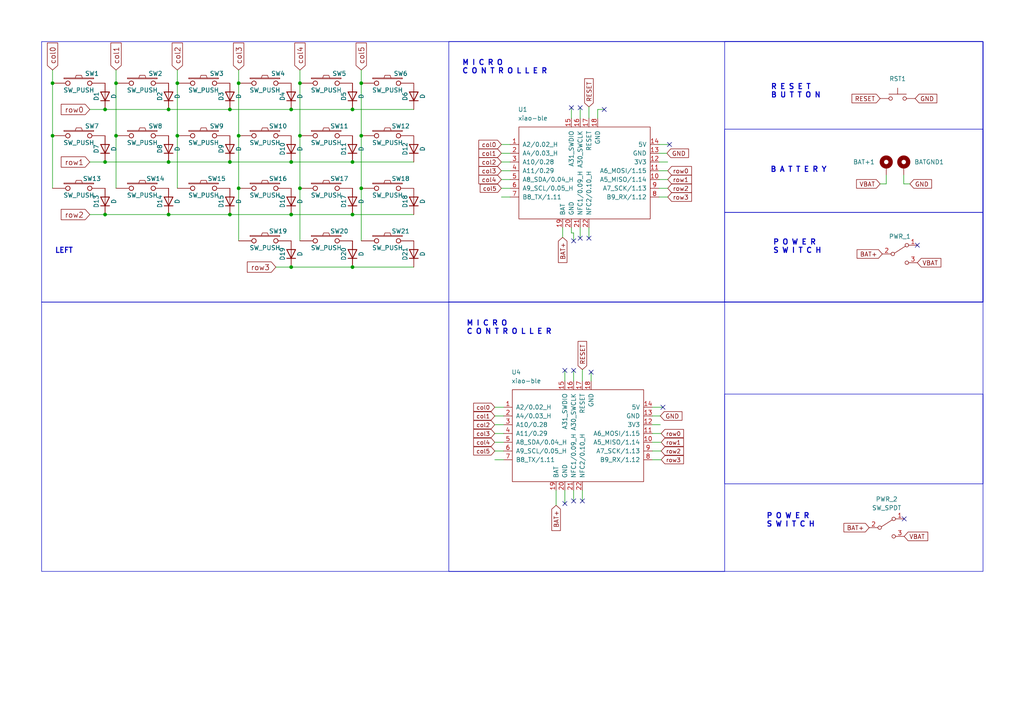
<source format=kicad_sch>
(kicad_sch (version 20230121) (generator eeschema)
  (paper "A4")
  (title_block (title "Corne X") (date "2023-10-01") (rev "0.1") (company "Ruslan Sharipov"))
  (lib_symbols
    (symbol "Device:D" (pin_numbers hide) (pin_names (offset 1.016) hide)
      (property "Reference" "D" (at 0 2.54 0))
      (property "Value" "D" (at 0 -2.54 0))
      (symbol "D_0_1"
        (polyline (pts (xy -1.27 1.27) (xy -1.27 -1.27)) (stroke (width 0.254)))
        (polyline (pts (xy 1.27 0) (xy -1.27 0)))
        (polyline (pts (xy 1.27 1.27) (xy 1.27 -1.27) (xy -1.27 0) (xy 1.27 1.27)) (stroke (width 0.254)))
      )
      (symbol "D_1_1"
        (pin passive line (at -3.81 0 0) (length 2.54) (name "K") (number "1"))
        (pin passive line (at 3.81 0 180) (length 2.54) (name "A") (number "2"))
      )
    )
    (symbol "Mechanical:MountingHole_Pad" (pin_numbers hide) (pin_names (offset 1.016) hide)
      (property "Reference" "H" (at 0 6.35 0))
      (property "Value" "MountingHole_Pad" (at 0 4.445 0))
      (symbol "MountingHole_Pad_0_1"
        (circle (center 0 1.27) (radius 1.27) (stroke (width 1.27)))
      )
      (symbol "MountingHole_Pad_1_1"
        (pin input line (at 0 -2.54 90) (length 2.54) (name "1") (number "1"))
      )
    )
    (symbol "Switch:SW_Push" (pin_numbers hide) (pin_names (offset 1.016) hide)
      (property "Reference" "SW" (at 1.27 2.54 0))
      (property "Value" "SW_Push" (at 0 -1.524 0))
      (symbol "SW_Push_0_1"
        (circle (center -2.032 0) (radius 0.508))
        (polyline (pts (xy 0 1.27) (xy 0 3.048)))
        (polyline (pts (xy 2.54 1.27) (xy -2.54 1.27)))
        (circle (center 2.032 0) (radius 0.508))
        (pin passive line (at -5.08 0 0) (length 2.54) (name "1") (number "1"))
        (pin passive line (at 5.08 0 180) (length 2.54) (name "2") (number "2"))
      )
    )
    (symbol "Switch:SW_SPDT" (pin_names (offset 0) hide)
      (property "Reference" "SW" (at 0 4.318 0))
      (property "Value" "SW_SPDT" (at 0 -5.08 0))
      (symbol "SW_SPDT_0_0"
        (circle (center -2.032 0) (radius 0.508))
        (circle (center 2.032 -2.54) (radius 0.508))
      )
      (symbol "SW_SPDT_0_1"
        (polyline (pts (xy -1.524 0.254) (xy 1.651 2.286)))
        (circle (center 2.032 2.54) (radius 0.508))
      )
      (symbol "SW_SPDT_1_1"
        (pin passive line (at 5.08 2.54 180) (length 2.54) (name "A") (number "1"))
        (pin passive line (at -5.08 0 0) (length 2.54) (name "B") (number "2"))
        (pin passive line (at 5.08 -2.54 180) (length 2.54) (name "C") (number "3"))
      )
    )
    (symbol "kbd:SW_PUSH" (pin_numbers hide) (pin_names (offset 1.016) hide)
      (property "Reference" "SW" (at 3.81 2.794 0))
      (property "Value" "SW_PUSH" (at 0 -2.032 0))
      (symbol "SW_PUSH_0_1"
        (rectangle (start -4.318 1.27) (end 4.318 1.524))
        (polyline (pts (xy -1.016 1.524) (xy -0.762 2.286) (xy 0.762 2.286) (xy 1.016 1.524)))
        (pin passive inverted (at -7.62 0 0) (length 5.08) (name "1") (number "1"))
        (pin passive inverted (at 7.62 0 180) (length 5.08) (name "2") (number "2"))
      )
    )
    (symbol "mcu:xiao-ble" (pin_names (offset 1.016))
      (property "Reference" "U" (at -17.78 16.51 0))
      (property "Value" "xiao-ble" (at -15.24 13.97 0))
      (symbol "xiao-ble_0_1"
        (rectangle (start -19.05 12.7) (end 19.05 -13.97))
      )
      (symbol "xiao-ble_1_1"
        (pin bidirectional line (at -21.59 7.62 0) (length 2.54) (name "A2/0.02_H") (number "1"))
        (pin bidirectional line (at 21.59 -2.54 180) (length 2.54) (name "A5_MISO/1.14") (number "10"))
        (pin bidirectional line (at 21.59 0 180) (length 2.54) (name "A6_MOSI/1.15") (number "11"))
        (pin power_out line (at 21.59 2.54 180) (length 2.54) (name "3V3") (number "12"))
        (pin power_out line (at 21.59 5.08 180) (length 2.54) (name "GND") (number "13"))
        (pin power_out line (at 21.59 7.62 180) (length 2.54) (name "5V") (number "14"))
        (pin input line (at -3.81 15.24 270) (length 2.54) (name "A31_SWDIO") (number "15"))
        (pin input line (at -1.27 15.24 270) (length 2.54) (name "A30_SWCLK") (number "16"))
        (pin input line (at 1.27 15.24 270) (length 2.54) (name "RESET") (number "17"))
        (pin power_out line (at 3.81 15.24 270) (length 2.54) (name "GND") (number "18"))
        (pin bidirectional line (at -6.35 -16.51 90) (length 2.54) (name "BAT") (number "19"))
        (pin bidirectional line (at -21.59 5.08 0) (length 2.54) (name "A4/0.03_H") (number "2"))
        (pin power_out line (at -3.81 -16.51 90) (length 2.54) (name "GND") (number "20"))
        (pin bidirectional line (at -1.27 -16.51 90) (length 2.54) (name "NFC1/0.09_H") (number "21"))
        (pin bidirectional line (at 1.27 -16.51 90) (length 2.54) (name "NFC2/0.10_H") (number "22"))
        (pin bidirectional line (at -21.59 2.54 0) (length 2.54) (name "A10/0.28") (number "3"))
        (pin bidirectional line (at -21.59 0 0) (length 2.54) (name "A11/0.29") (number "4"))
        (pin bidirectional line (at -21.59 -2.54 0) (length 2.54) (name "A8_SDA/0.04_H") (number "5"))
        (pin bidirectional line (at -21.59 -5.08 0) (length 2.54) (name "A9_SCL/0.05_H") (number "6"))
        (pin bidirectional line (at -21.59 -7.62 0) (length 2.54) (name "B8_TX/1.11") (number "7"))
        (pin bidirectional line (at 21.59 -7.62 180) (length 2.54) (name "B9_RX/1.12") (number "8"))
        (pin bidirectional line (at 21.59 -5.08 180) (length 2.54) (name "A7_SCK/1.13") (number "9"))
      )
    )
  )
  (junction (at 30.48 62.23))
  (junction (at 86.995 54.61))
  (junction (at 66.675 31.75))
  (junction (at 102.235 77.47))
  (junction (at 69.215 24.13))
  (junction (at 86.995 39.37))
  (junction (at 15.24 24.13))
  (junction (at 102.235 46.99))
  (junction (at 104.775 54.61))
  (junction (at 104.775 39.37))
  (junction (at 48.895 46.99))
  (junction (at 33.655 24.13))
  (junction (at 84.455 46.99))
  (junction (at 84.455 77.47))
  (junction (at 66.675 46.99))
  (junction (at 15.24 39.37))
  (junction (at 30.48 31.75))
  (junction (at 69.215 54.61))
  (junction (at 102.235 31.75))
  (junction (at 48.895 31.75))
  (junction (at 30.48 46.99))
  (junction (at 104.775 24.13))
  (junction (at 86.995 24.13))
  (junction (at 69.215 39.37))
  (junction (at 84.455 62.23))
  (junction (at 33.655 39.37))
  (junction (at 66.675 62.23))
  (junction (at 51.435 39.37))
  (junction (at 84.455 31.75))
  (junction (at 48.895 62.23))
  (junction (at 102.235 62.23))
  (junction (at 51.435 24.13))
  (no_connect (at 175.26 31.75))
  (no_connect (at 171.45 107.95))
  (no_connect (at 6.35 -20.955))
  (no_connect (at 166.37 69.85))
  (no_connect (at 170.815 69.088))
  (no_connect (at 168.275 31.242))
  (no_connect (at 163.83 107.442))
  (no_connect (at 165.735 31.242))
  (no_connect (at 168.275 69.088))
  (no_connect (at 266.065 71.12))
  (no_connect (at 166.37 145.288))
  (no_connect (at 168.91 145.288))
  (no_connect (at 194.183 41.91))
  (no_connect (at 262.255 150.495))
  (no_connect (at 192.278 118.11))
  (no_connect (at 166.37 107.442))
  (no_connect (at 163.83 146.05))
  (wire (pts (xy 84.455 31.75) (xy 102.235 31.75)))
  (wire (pts (xy 51.435 24.13) (xy 51.435 39.37)))
  (wire (pts (xy 165.735 31.242) (xy 165.735 34.29)))
  (wire (pts (xy 102.235 77.47) (xy 120.015 77.47)))
  (wire (pts (xy 168.275 31.242) (xy 168.275 34.29)))
  (wire (pts (xy 189.23 120.65) (xy 191.516 120.65)))
  (wire (pts (xy 84.455 46.99) (xy 102.235 46.99)))
  (wire (pts (xy 143.51 128.27) (xy 146.05 128.27)))
  (wire (pts (xy 84.455 62.23) (xy 102.235 62.23)))
  (wire (pts (xy 33.655 24.13) (xy 33.655 39.37)))
  (wire (pts (xy 163.83 107.442) (xy 163.83 110.49)))
  (wire (pts (xy 145.415 57.15) (xy 147.955 57.15)))
  (wire (pts (xy 86.995 54.61) (xy 86.995 69.85)))
  (wire (pts (xy 255.27 53.34) (xy 257.048 53.34)))
  (wire (pts (xy 163.83 142.24) (xy 163.83 146.05)))
  (wire (pts (xy 80.01 77.47) (xy 84.455 77.47)))
  (wire (pts (xy 48.895 62.23) (xy 66.675 62.23)))
  (wire (pts (xy 262.128 53.34) (xy 263.906 53.34)))
  (wire (pts (xy 102.235 62.23) (xy 120.015 62.23)))
  (wire (pts (xy 189.23 130.81) (xy 191.77 130.81)))
  (wire (pts (xy 189.23 125.73) (xy 191.77 125.73)))
  (wire (pts (xy 104.775 54.61) (xy 104.775 69.85)))
  (wire (pts (xy 191.135 44.45) (xy 193.421 44.45)))
  (wire (pts (xy 189.23 123.19) (xy 191.516 123.19)))
  (wire (pts (xy 26.035 62.23) (xy 30.48 62.23)))
  (wire (pts (xy 191.135 46.99) (xy 193.675 46.99)))
  (wire (pts (xy 69.215 54.61) (xy 69.215 69.85)))
  (wire (pts (xy 104.775 24.13) (xy 104.775 39.37)))
  (wire (pts (xy 104.775 20.32) (xy 104.775 24.13)))
  (wire (pts (xy 145.415 52.07) (xy 147.955 52.07)))
  (wire (pts (xy 191.135 52.07) (xy 193.675 52.07)))
  (wire (pts (xy 166.37 67.564) (xy 165.735 67.564)))
  (wire (pts (xy 191.135 41.91) (xy 194.183 41.91)))
  (wire (pts (xy 66.675 62.23) (xy 84.455 62.23)))
  (wire (pts (xy 86.995 24.13) (xy 86.995 39.37)))
  (wire (pts (xy 143.51 125.73) (xy 146.05 125.73)))
  (wire (pts (xy 168.91 107.188) (xy 168.91 110.49)))
  (wire (pts (xy 166.37 107.442) (xy 166.37 110.49)))
  (wire (pts (xy 51.435 20.32) (xy 51.435 24.13)))
  (wire (pts (xy 168.91 142.24) (xy 168.91 145.288)))
  (wire (pts (xy 191.135 49.53) (xy 193.675 49.53)))
  (wire (pts (xy 163.195 66.04) (xy 163.195 68.834)))
  (wire (pts (xy 86.995 20.32) (xy 86.995 24.13)))
  (wire (pts (xy 145.415 46.99) (xy 147.955 46.99)))
  (wire (pts (xy 175.26 31.75) (xy 173.355 31.75)))
  (wire (pts (xy 145.415 44.45) (xy 147.955 44.45)))
  (wire (pts (xy 33.655 20.32) (xy 33.655 24.13)))
  (wire (pts (xy 26.035 46.99) (xy 30.48 46.99)))
  (wire (pts (xy 102.235 46.99) (xy 120.015 46.99)))
  (wire (pts (xy 15.24 20.32) (xy 15.24 24.13)))
  (wire (pts (xy 51.435 39.37) (xy 51.435 54.61)))
  (wire (pts (xy 143.51 130.81) (xy 146.05 130.81)))
  (wire (pts (xy 145.415 49.53) (xy 147.955 49.53)))
  (wire (pts (xy 189.23 118.11) (xy 192.278 118.11)))
  (wire (pts (xy 48.895 31.75) (xy 66.675 31.75)))
  (wire (pts (xy 189.23 133.35) (xy 191.77 133.35)))
  (wire (pts (xy 69.215 39.37) (xy 69.215 54.61)))
  (wire (pts (xy 262.128 50.8) (xy 262.128 53.34)))
  (wire (pts (xy 171.45 107.95) (xy 171.45 110.49)))
  (wire (pts (xy 66.675 31.75) (xy 84.455 31.75)))
  (wire (pts (xy 33.655 39.37) (xy 33.655 54.61)))
  (wire (pts (xy 191.135 57.15) (xy 193.675 57.15)))
  (wire (pts (xy 15.24 39.37) (xy 15.24 54.61)))
  (wire (pts (xy 165.735 67.564) (xy 165.735 66.04)))
  (wire (pts (xy 143.51 133.35) (xy 146.05 133.35)))
  (wire (pts (xy 66.675 46.99) (xy 84.455 46.99)))
  (wire (pts (xy 26.035 31.75) (xy 30.48 31.75)))
  (wire (pts (xy 143.51 120.65) (xy 146.05 120.65)))
  (wire (pts (xy 84.455 77.47) (xy 102.235 77.47)))
  (wire (pts (xy 15.24 24.13) (xy 15.24 39.37)))
  (wire (pts (xy 173.355 31.75) (xy 173.355 34.29)))
  (wire (pts (xy 168.275 66.04) (xy 168.275 69.088)))
  (wire (pts (xy 161.29 142.24) (xy 161.29 146.558)))
  (wire (pts (xy 170.815 66.04) (xy 170.815 69.088)))
  (wire (pts (xy 143.51 118.11) (xy 146.05 118.11)))
  (wire (pts (xy 143.51 123.19) (xy 146.05 123.19)))
  (wire (pts (xy 104.775 39.37) (xy 104.775 54.61)))
  (wire (pts (xy 145.415 41.91) (xy 147.955 41.91)))
  (wire (pts (xy 145.415 54.61) (xy 147.955 54.61)))
  (wire (pts (xy 30.48 62.23) (xy 48.895 62.23)))
  (wire (pts (xy 166.37 142.24) (xy 166.37 145.288)))
  (wire (pts (xy 69.215 20.32) (xy 69.215 24.13)))
  (wire (pts (xy 191.135 54.61) (xy 193.675 54.61)))
  (wire (pts (xy 69.215 24.13) (xy 69.215 39.37)))
  (wire (pts (xy 86.995 39.37) (xy 86.995 54.61)))
  (wire (pts (xy 30.48 46.99) (xy 48.895 46.99)))
  (wire (pts (xy 257.048 53.34) (xy 257.048 50.8)))
  (wire (pts (xy 48.895 46.99) (xy 66.675 46.99)))
  (wire (pts (xy 102.235 31.75) (xy 120.015 31.75)))
  (wire (pts (xy 170.815 30.988) (xy 170.815 34.29)))
  (wire (pts (xy 166.37 67.564) (xy 166.37 69.85)))
  (wire (pts (xy 30.48 31.75) (xy 48.895 31.75)))
  (wire (pts (xy 189.23 128.27) (xy 191.77 128.27)))
  (rectangle (start 210.185 37.465) (end 285.115 61.595))
  (rectangle (start 210.185 12.065) (end 285.115 87.63))
  (rectangle (start 12.065 87.63) (end 285.115 165.735))
  (rectangle (start 130.175 12.065) (end 285.115 87.63))
  (rectangle (start 12.065 12.065) (end 285.115 87.63))
  (rectangle (start 210.185 114.3) (end 285.115 140.335))
  (rectangle (start 130.175 87.63) (end 210.185 165.735))
  (rectangle (start 210.185 61.595) (end 285.115 87.63))
  (text "B A T T E R Y" (at 223.393 50.165 0) (effects (font (size 1.5 1.5) (thickness 0.3) bold) (justify left bottom)))
  (text "R E S E T \nB U T T O N" (at 223.52 28.575 0) (effects (font (size 1.5 1.5) (thickness 0.3) bold) (justify left bottom)))
  (text "P O W E R\nS W I T C H" (at 222.25 153.035 0) (effects (font (size 1.5 1.5) (thickness 0.3) bold) (justify left bottom)))
  (text "LEFT" (at 15.875 73.66 0) (effects (font (size 1.5 1.5) (thickness 0.3) bold) (justify left bottom)))
  (text "M I C R O \nC O N T R O L L E R" (at 135.255 97.155 0) (effects (font (size 1.5 1.5) (thickness 0.3) bold) (justify left bottom)))
  (text "M I C R O \nC O N T R O L L E R" (at 133.985 21.59 0) (effects (font (size 1.5 1.5) (thickness 0.3) bold) (justify left bottom)))
  (text "P O W E R\nS W I T C H" (at 224.155 73.66 0) (effects (font (size 1.5 1.5) (thickness 0.3) bold) (justify left bottom)))
  (global_label "row1" (shape input) (at 193.675 52.07 0) (property "Intersheetrefs" "${INTERSHEET_REFS}" (effects hide)))
  (global_label "col1" (shape input) (at 33.655 20.32 90) (effects (font (size 1.524 1.524))) (property "Intersheetrefs" "${INTERSHEET_REFS}" (effects hide)))
  (global_label "col5" (shape input) (at 104.775 20.32 90) (effects (font (size 1.524 1.524))) (property "Intersheetrefs" "${INTERSHEET_REFS}" (effects hide)))
  (global_label "row0" (shape input) (at 26.035 31.75 180) (effects (font (size 1.524 1.524))) (property "Intersheetrefs" "${INTERSHEET_REFS}" (effects hide)))
  (global_label "col4" (shape input) (at 143.51 128.27 180) (effects (font (size 1.1938 1.1938))) (property "Intersheetrefs" "${INTERSHEET_REFS}" (effects hide)))
  (global_label "col3" (shape input) (at 143.51 125.73 180) (effects (font (size 1.1938 1.1938))) (property "Intersheetrefs" "${INTERSHEET_REFS}" (effects hide)))
  (global_label "GND" (shape input) (at 265.43 28.575 0) (property "Intersheetrefs" "${INTERSHEET_REFS}" (effects hide)))
  (global_label "col2" (shape input) (at 143.51 123.19 180) (effects (font (size 1.1938 1.1938))) (property "Intersheetrefs" "${INTERSHEET_REFS}" (effects hide)))
  (global_label "GND" (shape input) (at 263.906 53.34 0) (property "Intersheetrefs" "${INTERSHEET_REFS}" (effects hide)))
  (global_label "col0" (shape input) (at 145.415 41.91 180) (property "Intersheetrefs" "${INTERSHEET_REFS}" (effects hide)))
  (global_label "col5" (shape input) (at 145.415 54.61 180) (effects (font (size 1.1938 1.1938))) (property "Intersheetrefs" "${INTERSHEET_REFS}" (effects hide)))
  (global_label "col0" (shape input) (at 15.24 20.32 90) (effects (font (size 1.524 1.524))) (property "Intersheetrefs" "${INTERSHEET_REFS}" (effects hide)))
  (global_label "col3" (shape input) (at 145.415 49.53 180) (property "Intersheetrefs" "${INTERSHEET_REFS}" (effects hide)))
  (global_label "col5" (shape input) (at 143.51 130.81 180) (effects (font (size 1.1938 1.1938))) (property "Intersheetrefs" "${INTERSHEET_REFS}" (effects hide)))
  (global_label "RESET" (shape input) (at 170.815 30.988 90) (property "Intersheetrefs" "${INTERSHEET_REFS}" (effects hide)))
  (global_label "col1" (shape input) (at 143.51 120.65 180) (effects (font (size 1.1938 1.1938))) (property "Intersheetrefs" "${INTERSHEET_REFS}" (effects hide)))
  (global_label "row1" (shape input) (at 26.035 46.99 180) (effects (font (size 1.524 1.524))) (property "Intersheetrefs" "${INTERSHEET_REFS}" (effects hide)))
  (global_label "VBAT" (shape input) (at 262.255 155.575 0) (property "Intersheetrefs" "${INTERSHEET_REFS}" (effects hide)))
  (global_label "GND" (shape input) (at 193.421 44.45 0) (property "Intersheetrefs" "${INTERSHEET_REFS}" (effects hide)))
  (global_label "row0" (shape input) (at 193.675 49.53 0) (property "Intersheetrefs" "${INTERSHEET_REFS}" (effects hide)))
  (global_label "BAT+" (shape input) (at 163.195 68.834 270) (property "Intersheetrefs" "${INTERSHEET_REFS}" (effects hide)))
  (global_label "col1" (shape input) (at 145.415 44.45 180) (property "Intersheetrefs" "${INTERSHEET_REFS}" (effects hide)))
  (global_label "col2" (shape input) (at 51.435 20.32 90) (effects (font (size 1.524 1.524))) (property "Intersheetrefs" "${INTERSHEET_REFS}" (effects hide)))
  (global_label "row2" (shape input) (at 191.77 130.81 0) (effects (font (size 1.1938 1.1938))) (property "Intersheetrefs" "${INTERSHEET_REFS}" (effects hide)))
  (global_label "row0" (shape input) (at 191.77 125.73 0) (effects (font (size 1.1938 1.1938))) (property "Intersheetrefs" "${INTERSHEET_REFS}" (effects hide)))
  (global_label "col3" (shape input) (at 69.215 20.32 90) (effects (font (size 1.524 1.524))) (property "Intersheetrefs" "${INTERSHEET_REFS}" (effects hide)))
  (global_label "col0" (shape input) (at 143.51 118.11 180) (effects (font (size 1.1938 1.1938))) (property "Intersheetrefs" "${INTERSHEET_REFS}" (effects hide)))
  (global_label "row2" (shape input) (at 193.675 54.61 0) (property "Intersheetrefs" "${INTERSHEET_REFS}" (effects hide)))
  (global_label "row3" (shape input) (at 191.77 133.35 0) (effects (font (size 1.1938 1.1938))) (property "Intersheetrefs" "${INTERSHEET_REFS}" (effects hide)))
  (global_label "col4" (shape input) (at 145.415 52.07 180) (property "Intersheetrefs" "${INTERSHEET_REFS}" (effects hide)))
  (global_label "BAT+" (shape input) (at 252.095 153.035 180) (property "Intersheetrefs" "${INTERSHEET_REFS}" (effects hide)))
  (global_label "VBAT" (shape input) (at 266.065 76.2 0) (property "Intersheetrefs" "${INTERSHEET_REFS}" (effects hide)))
  (global_label "BAT+" (shape input) (at 161.29 146.558 270) (property "Intersheetrefs" "${INTERSHEET_REFS}" (effects hide)))
  (global_label "GND" (shape input) (at 191.516 120.65 0) (property "Intersheetrefs" "${INTERSHEET_REFS}" (effects hide)))
  (global_label "col2" (shape input) (at 145.415 46.99 180) (property "Intersheetrefs" "${INTERSHEET_REFS}" (effects hide)))
  (global_label "BAT+" (shape input) (at 255.905 73.66 180) (property "Intersheetrefs" "${INTERSHEET_REFS}" (effects hide)))
  (global_label "VBAT" (shape input) (at 255.27 53.34 180) (property "Intersheetrefs" "${INTERSHEET_REFS}" (effects hide)))
  (global_label "RESET" (shape input) (at 168.91 107.188 90) (property "Intersheetrefs" "${INTERSHEET_REFS}" (effects hide)))
  (global_label "row3" (shape input) (at 193.675 57.15 0) (property "Intersheetrefs" "${INTERSHEET_REFS}" (effects hide)))
  (global_label "RESET" (shape input) (at 255.27 28.575 180) (property "Intersheetrefs" "${INTERSHEET_REFS}" (effects hide)))
  (global_label "row1" (shape input) (at 191.77 128.27 0) (effects (font (size 1.1938 1.1938))) (property "Intersheetrefs" "${INTERSHEET_REFS}" (effects hide)))
  (global_label "row3" (shape input) (at 80.01 77.47 180) (effects (font (size 1.524 1.524))) (property "Intersheetrefs" "${INTERSHEET_REFS}" (effects hide)))
  (global_label "row2" (shape input) (at 26.035 62.23 180) (effects (font (size 1.524 1.524))) (property "Intersheetrefs" "${INTERSHEET_REFS}" (effects hide)))
  (global_label "col4" (shape input) (at 86.995 20.32 90) (effects (font (size 1.524 1.524))) (property "Intersheetrefs" "${INTERSHEET_REFS}" (effects hide)))
  (symbol (lib_id "kbd:SW_PUSH") (at 41.275 24.13 0) (unit 1)
    (property "Reference" "SW2" (at 45.085 21.336 0))
    (property "Value" "SW_PUSH" (at 41.275 26.162 0))
    (property "Footprint" "kbd:keyswitch_chock12_hotswap_1u_reversible" (effects hide))
  )
  (symbol (lib_id "Device:D") (at 48.895 27.94 90) (unit 1)
    (property "Reference" "D2" (at 46.355 27.94 0))
    (property "Value" "D" (at 51.435 27.94 0))
    (property "Footprint" "kbd:D3_TH_reversible" (effects hide))
  )
  (symbol (lib_id "kbd:SW_PUSH") (at 59.055 24.13 0) (unit 1)
    (property "Reference" "SW3" (at 62.865 21.336 0))
    (property "Value" "SW_PUSH" (at 59.055 26.162 0))
    (property "Footprint" "kbd:keyswitch_chock12_hotswap_1u_reversible" (effects hide))
  )
  (symbol (lib_id "Device:D") (at 66.675 27.94 90) (unit 1)
    (property "Reference" "D3" (at 64.135 27.94 0))
    (property "Value" "D" (at 69.215 27.94 0))
    (property "Footprint" "kbd:D3_TH_reversible" (effects hide))
  )
  (symbol (lib_id "kbd:SW_PUSH") (at 76.835 24.13 0) (unit 1)
    (property "Reference" "SW4" (at 80.645 21.336 0))
    (property "Value" "SW_PUSH" (at 76.835 26.162 0))
    (property "Footprint" "kbd:keyswitch_chock12_hotswap_1u_reversible" (effects hide))
  )
  (symbol (lib_id "kbd:SW_PUSH") (at 94.615 24.13 0) (unit 1)
    (property "Reference" "SW5" (at 98.425 21.336 0))
    (property "Value" "SW_PUSH" (at 94.615 26.162 0))
    (property "Footprint" "kbd:keyswitch_chock12_hotswap_1u_reversible" (effects hide))
  )
  (symbol (lib_id "kbd:SW_PUSH") (at 112.395 24.13 0) (unit 1)
    (property "Reference" "SW6" (at 116.205 21.336 0))
    (property "Value" "SW_PUSH" (at 112.395 26.162 0))
    (property "Footprint" "kbd:keyswitch_chock12_hotswap_1u_reversible" (effects hide))
  )
  (symbol (lib_id "Device:D") (at 84.455 27.94 90) (unit 1)
    (property "Reference" "D4" (at 81.915 27.94 0))
    (property "Value" "D" (at 86.995 27.94 0))
    (property "Footprint" "kbd:D3_TH_reversible" (effects hide))
  )
  (symbol (lib_id "Device:D") (at 102.235 27.94 90) (unit 1)
    (property "Reference" "D5" (at 99.695 27.94 0))
    (property "Value" "D" (at 104.775 27.94 0))
    (property "Footprint" "kbd:D3_TH_reversible" (effects hide))
  )
  (symbol (lib_id "Device:D") (at 120.015 27.94 90) (unit 1)
    (property "Reference" "D6" (at 117.475 27.94 0))
    (property "Value" "D" (at 122.555 27.94 0))
    (property "Footprint" "kbd:D3_TH_reversible" (effects hide))
  )
  (symbol (lib_id "kbd:SW_PUSH") (at 41.275 39.37 0) (unit 1)
    (property "Reference" "SW8" (at 45.085 36.576 0))
    (property "Value" "SW_PUSH" (at 41.275 41.402 0))
    (property "Footprint" "kbd:keyswitch_chock12_hotswap_1u_reversible" (effects hide))
  )
  (symbol (lib_id "Device:D") (at 48.895 43.18 90) (unit 1)
    (property "Reference" "D8" (at 46.355 43.18 0))
    (property "Value" "D" (at 51.435 43.18 0))
    (property "Footprint" "kbd:D3_TH_reversible" (effects hide))
  )
  (symbol (lib_id "kbd:SW_PUSH") (at 59.055 39.37 0) (unit 1)
    (property "Reference" "SW9" (at 62.865 36.576 0))
    (property "Value" "SW_PUSH" (at 59.055 41.402 0))
    (property "Footprint" "kbd:keyswitch_chock12_hotswap_1u_reversible" (effects hide))
  )
  (symbol (lib_id "Device:D") (at 66.675 43.18 90) (unit 1)
    (property "Reference" "D9" (at 64.135 43.18 0))
    (property "Value" "D" (at 69.215 43.18 0))
    (property "Footprint" "kbd:D3_TH_reversible" (effects hide))
  )
  (symbol (lib_id "kbd:SW_PUSH") (at 76.835 39.37 0) (unit 1)
    (property "Reference" "SW10" (at 80.645 36.576 0))
    (property "Value" "SW_PUSH" (at 76.835 41.402 0))
    (property "Footprint" "kbd:keyswitch_chock12_hotswap_1u_reversible" (effects hide))
  )
  (symbol (lib_id "kbd:SW_PUSH") (at 94.615 39.37 0) (unit 1)
    (property "Reference" "SW11" (at 98.425 36.576 0))
    (property "Value" "SW_PUSH" (at 94.615 41.402 0))
    (property "Footprint" "kbd:keyswitch_chock12_hotswap_1u_reversible" (effects hide))
  )
  (symbol (lib_id "kbd:SW_PUSH") (at 112.395 39.37 0) (unit 1)
    (property "Reference" "SW12" (at 116.205 36.576 0))
    (property "Value" "SW_PUSH" (at 112.395 41.402 0))
    (property "Footprint" "kbd:keyswitch_chock12_hotswap_1u_reversible" (effects hide))
  )
  (symbol (lib_id "Device:D") (at 84.455 43.18 90) (unit 1)
    (property "Reference" "D10" (at 81.915 43.18 0))
    (property "Value" "D" (at 86.995 43.18 0))
    (property "Footprint" "kbd:D3_TH_reversible" (effects hide))
  )
  (symbol (lib_id "Device:D") (at 102.235 43.18 90) (unit 1)
    (property "Reference" "D11" (at 99.695 43.18 0))
    (property "Value" "D" (at 104.775 43.18 0))
    (property "Footprint" "kbd:D3_TH_reversible" (effects hide))
  )
  (symbol (lib_id "Device:D") (at 120.015 43.18 90) (unit 1)
    (property "Reference" "D12" (at 117.475 43.18 0))
    (property "Value" "D" (at 122.555 43.18 0))
    (property "Footprint" "kbd:D3_TH_reversible" (effects hide))
  )
  (symbol (lib_id "kbd:SW_PUSH") (at 41.275 54.61 0) (unit 1)
    (property "Reference" "SW14" (at 45.085 51.816 0))
    (property "Value" "SW_PUSH" (at 41.275 56.642 0))
    (property "Footprint" "kbd:keyswitch_chock12_hotswap_1u_reversible" (effects hide))
  )
  (symbol (lib_id "Device:D") (at 48.895 58.42 90) (unit 1)
    (property "Reference" "D14" (at 46.355 58.42 0))
    (property "Value" "D" (at 51.435 58.42 0))
    (property "Footprint" "kbd:D3_TH_reversible" (effects hide))
  )
  (symbol (lib_id "kbd:SW_PUSH") (at 59.055 54.61 0) (unit 1)
    (property "Reference" "SW15" (at 62.865 51.816 0))
    (property "Value" "SW_PUSH" (at 59.055 56.642 0))
    (property "Footprint" "kbd:keyswitch_chock12_hotswap_1u_reversible" (effects hide))
  )
  (symbol (lib_id "Device:D") (at 66.675 58.42 90) (unit 1)
    (property "Reference" "D15" (at 64.135 58.42 0))
    (property "Value" "D" (at 69.215 58.42 0))
    (property "Footprint" "kbd:D3_TH_reversible" (effects hide))
  )
  (symbol (lib_id "kbd:SW_PUSH") (at 76.835 54.61 0) (unit 1)
    (property "Reference" "SW16" (at 80.645 51.816 0))
    (property "Value" "SW_PUSH" (at 76.835 56.642 0))
    (property "Footprint" "kbd:keyswitch_chock12_hotswap_1u_reversible" (effects hide))
  )
  (symbol (lib_id "kbd:SW_PUSH") (at 94.615 54.61 0) (unit 1)
    (property "Reference" "SW17" (at 98.425 51.816 0))
    (property "Value" "SW_PUSH" (at 94.615 56.642 0))
    (property "Footprint" "kbd:keyswitch_chock12_hotswap_1u_reversible" (effects hide))
  )
  (symbol (lib_id "kbd:SW_PUSH") (at 112.395 54.61 0) (unit 1)
    (property "Reference" "SW18" (at 116.205 51.816 0))
    (property "Value" "SW_PUSH" (at 112.395 56.642 0))
    (property "Footprint" "kbd:keyswitch_chock12_hotswap_1u_reversible" (effects hide))
  )
  (symbol (lib_id "Device:D") (at 84.455 58.42 90) (unit 1)
    (property "Reference" "D16" (at 81.915 58.42 0))
    (property "Value" "D" (at 86.995 58.42 0))
    (property "Footprint" "kbd:D3_TH_reversible" (effects hide))
  )
  (symbol (lib_id "Device:D") (at 102.235 58.42 90) (unit 1)
    (property "Reference" "D17" (at 99.695 58.42 0))
    (property "Value" "D" (at 104.775 58.42 0))
    (property "Footprint" "kbd:D3_TH_reversible" (effects hide))
  )
  (symbol (lib_id "Device:D") (at 120.015 58.42 90) (unit 1)
    (property "Reference" "D18" (at 117.475 58.42 0))
    (property "Value" "D" (at 122.555 58.42 0))
    (property "Footprint" "kbd:D3_TH_reversible" (effects hide))
  )
  (symbol (lib_id "kbd:SW_PUSH") (at 94.615 69.85 0) (unit 1)
    (property "Reference" "SW20" (at 98.425 67.056 0))
    (property "Value" "SW_PUSH" (at 94.615 71.882 0))
    (property "Footprint" "kbd:keyswitch_chock12_hotswap_1u_reversible" (effects hide))
  )
  (symbol (lib_id "Device:D") (at 102.235 73.66 90) (unit 1)
    (property "Reference" "D20" (at 99.695 73.66 0))
    (property "Value" "D" (at 104.775 73.66 0))
    (property "Footprint" "kbd:D3_TH_reversible" (effects hide))
  )
  (symbol (lib_id "kbd:SW_PUSH") (at 112.395 69.85 0) (unit 1)
    (property "Reference" "SW21" (at 116.205 67.056 0))
    (property "Value" "SW_PUSH" (at 112.395 71.882 0))
    (property "Footprint" "kbd:keyswitch_chock12_hotswap_1u_reversible" (effects hide))
  )
  (symbol (lib_id "Device:D") (at 120.015 73.66 90) (unit 1)
    (property "Reference" "D21" (at 117.475 73.66 0))
    (property "Value" "D" (at 122.555 73.66 0))
    (property "Footprint" "kbd:D3_TH_reversible" (effects hide))
  )
  (symbol (lib_id "kbd:SW_PUSH") (at 76.835 69.85 0) (unit 1)
    (property "Reference" "SW19" (at 80.645 67.056 0))
    (property "Value" "SW_PUSH" (at 76.835 71.882 0))
    (property "Footprint" "kbd:keyswitch_chock12_hotswap_1u_reversible" (effects hide))
  )
  (symbol (lib_id "Device:D") (at 84.455 73.66 90) (unit 1)
    (property "Reference" "D19" (at 81.915 73.66 0))
    (property "Value" "D" (at 86.995 73.66 0))
    (property "Footprint" "kbd:D3_TH_reversible" (effects hide))
  )
  (symbol (lib_id "Switch:SW_SPDT") (at 257.175 153.035 0) (unit 1)
    (property "Reference" "PWR_2" (at 257.175 144.78 0))
    (property "Value" "SW_SPDT" (at 257.175 147.32 0))
    (property "Footprint" "TOTEMlib:MSK12C02" (effects hide))
  )
  (symbol (lib_id "kbd:SW_PUSH") (at 22.86 24.13 0) (unit 1)
    (property "Reference" "SW1" (at 26.67 21.336 0))
    (property "Value" "SW_PUSH" (at 22.86 26.162 0))
    (property "Footprint" "kbd:keyswitch_chock12_hotswap_1u_reversible" (effects hide))
  )
  (symbol (lib_id "Mechanical:MountingHole_Pad") (at 262.128 48.26 0) (unit 1)
    (property "Reference" "BATGND1" (at 265.176 46.99 0) (effects (justify left)))
    (property "Value" "-" (effects hide))
    (property "Footprint" "TOTEMlib:BatteryPad" (effects hide))
  )
  (symbol (lib_id "Switch:SW_SPDT") (at 260.985 73.66 0) (unit 1)
    (property "Reference" "PWR_1" (at 260.985 68.58 0))
    (property "Value" "SW_SPDT" (effects hide))
    (property "Footprint" "TOTEMlib:MSK12C02" (effects hide))
  )
  (symbol (lib_id "kbd:SW_PUSH") (at 22.86 54.61 0) (unit 1)
    (property "Reference" "SW13" (at 26.67 51.816 0))
    (property "Value" "SW_PUSH" (at 22.86 56.642 0))
    (property "Footprint" "kbd:keyswitch_chock12_hotswap_1u_reversible" (effects hide))
  )
  (symbol (lib_id "Device:D") (at 30.48 27.94 90) (unit 1)
    (property "Reference" "D1" (at 27.94 27.94 0))
    (property "Value" "D" (at 33.02 27.94 0))
    (property "Footprint" "kbd:D3_TH_reversible" (effects hide))
  )
  (symbol (lib_id "kbd:SW_PUSH") (at 22.86 39.37 0) (unit 1)
    (property "Reference" "SW7" (at 26.67 36.576 0))
    (property "Value" "SW_PUSH" (at 22.86 41.402 0))
    (property "Footprint" "kbd:keyswitch_chock12_hotswap_1u_reversible" (effects hide))
  )
  (symbol (lib_id "Switch:SW_Push") (at 260.35 28.575 0) (unit 1)
    (property "Reference" "RST1" (at 260.35 22.86 0))
    (property "Value" "SW_Push" (effects hide))
    (property "Footprint" "TOTEMlib:SKHLLCA010_reversible" (effects hide))
  )
  (symbol (lib_id "mcu:xiao-ble") (at 169.545 49.53 0) (unit 1)
    (property "Reference" "U1" (at 150.241 31.75 0) (effects (justify left)))
    (property "Value" "xiao-ble" (at 150.241 34.29 0) (effects (justify left)))
    (property "Footprint" "TOTEMlib:xiao-ble-smd-cutout-one-side" (effects hide))
  )
  (symbol (lib_id "mcu:xiao-ble") (at 167.64 125.73 0) (unit 1)
    (property "Reference" "U4" (at 148.336 107.95 0) (effects (justify left)))
    (property "Value" "xiao-ble" (at 148.336 110.49 0) (effects (justify left)))
    (property "Footprint" "TOTEMlib:xiao-ble-smd-cutout-one-side" (effects hide))
  )
  (symbol (lib_id "Device:D") (at 30.48 58.42 90) (unit 1)
    (property "Reference" "D13" (at 27.94 58.42 0))
    (property "Value" "D" (at 33.02 58.42 0))
    (property "Footprint" "kbd:D3_TH_reversible" (effects hide))
  )
  (symbol (lib_id "Mechanical:MountingHole_Pad") (at 257.048 48.26 0) (unit 1)
    (property "Reference" "BAT+1" (at 253.746 46.99 0) (effects (justify right)))
    (property "Value" "+" (effects hide))
    (property "Footprint" "TOTEMlib:BatteryPad" (effects hide))
  )
  (symbol (lib_id "Device:D") (at 30.48 43.18 90) (unit 1)
    (property "Reference" "D7" (at 27.94 43.18 0))
    (property "Value" "D" (at 33.02 43.18 0))
    (property "Footprint" "kbd:D3_TH_reversible" (effects hide))
  )
)
</source>
